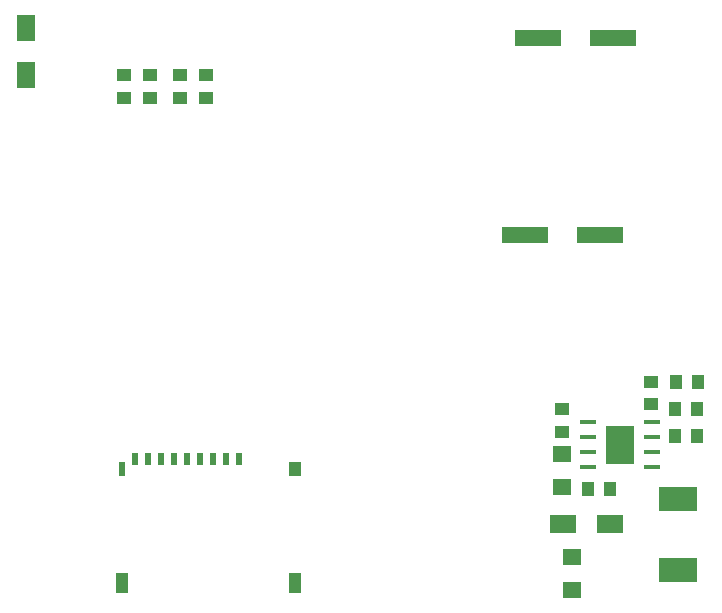
<source format=gbr>
G04 DipTrace 3.3.1.3*
G04 TopPaste.gbr*
%MOIN*%
G04 #@! TF.FileFunction,Paste,Top*
G04 #@! TF.Part,Single*
%ADD64R,0.09515X0.130189*%
%ADD66R,0.054992X0.016016*%
%ADD74R,0.129795X0.08452*%
%ADD76R,0.023496X0.047118*%
%ADD78R,0.039244X0.047118*%
%ADD80R,0.039244X0.07074*%
%ADD82R,0.019559X0.043181*%
%ADD96R,0.090425X0.058929*%
%ADD98R,0.058929X0.090425*%
%ADD100R,0.062866X0.054992*%
%ADD102R,0.043181X0.051055*%
%ADD104R,0.051055X0.043181*%
%ADD106R,0.155386X0.054992*%
%FSLAX26Y26*%
G04*
G70*
G90*
G75*
G01*
G04 TopPaste*
%LPD*%
D106*
X2468700Y1687451D3*
X2220669D3*
X2512451Y2343700D3*
X2264419D3*
D104*
X881200Y2143700D3*
Y2218503D3*
X1156200Y2143700D3*
Y2218503D3*
D102*
X2503254Y838991D3*
X2428451D3*
D100*
X2341254Y845991D3*
Y956228D3*
X2374487Y612970D3*
Y502734D3*
D102*
X2718254Y1014991D3*
X2793057D3*
D98*
X556200Y2218700D3*
Y2376180D3*
D96*
X2503254Y721991D3*
X2345773D3*
D82*
X1264700Y940700D3*
X1221393D3*
X1178086D3*
X1134779D3*
X1091472D3*
X1048165D3*
X1004857D3*
X961550D3*
X918243D3*
D80*
X1452889Y525346D3*
D78*
Y907235D3*
D76*
X874936D3*
D80*
Y525346D3*
D74*
X2730700Y806700D3*
Y568511D3*
D104*
X968700Y2218503D3*
Y2143700D3*
X1068700Y2218503D3*
Y2143700D3*
X2640254Y1196991D3*
Y1122188D3*
D102*
X2796254Y1196991D3*
X2721451D3*
D104*
X2341254Y1105991D3*
Y1031188D3*
D102*
X2718254Y1105991D3*
X2793057D3*
D66*
X2643209Y912939D3*
Y962939D3*
Y1012939D3*
Y1062939D3*
X2430611D3*
Y1012939D3*
Y962939D3*
Y912939D3*
D64*
X2536910Y987939D3*
M02*

</source>
